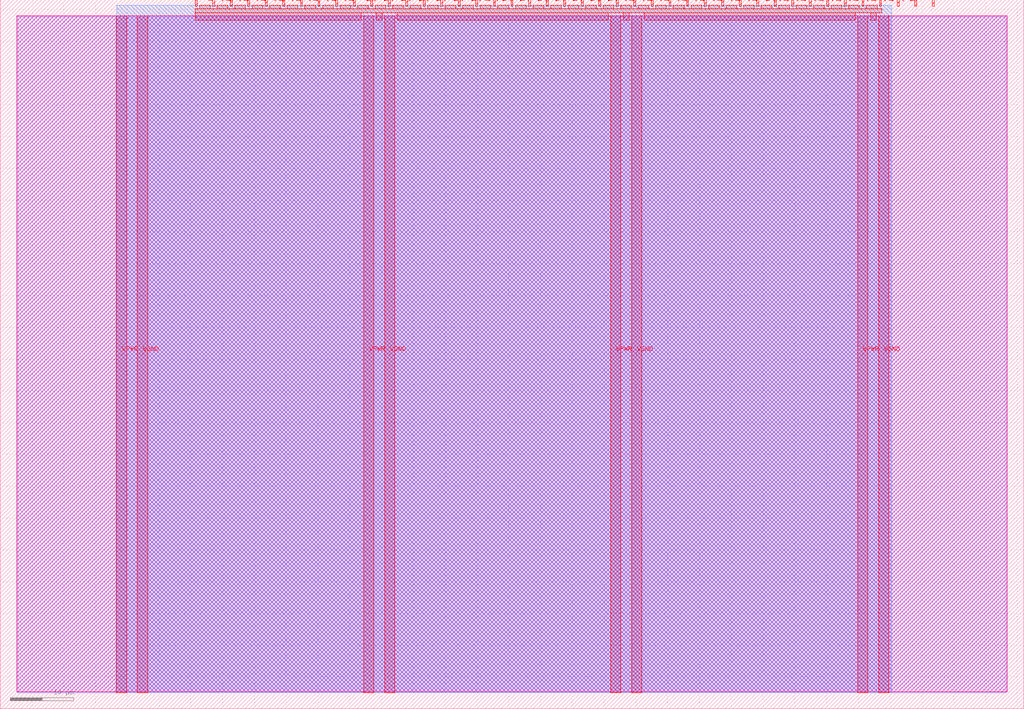
<source format=lef>
VERSION 5.7 ;
  NOWIREEXTENSIONATPIN ON ;
  DIVIDERCHAR "/" ;
  BUSBITCHARS "[]" ;
MACRO tt_um_wokwi_442977648674888705
  CLASS BLOCK ;
  FOREIGN tt_um_wokwi_442977648674888705 ;
  ORIGIN 0.000 0.000 ;
  SIZE 161.000 BY 111.520 ;
  PIN VGND
    DIRECTION INOUT ;
    USE GROUND ;
    PORT
      LAYER met4 ;
        RECT 21.580 2.480 23.180 109.040 ;
    END
    PORT
      LAYER met4 ;
        RECT 60.450 2.480 62.050 109.040 ;
    END
    PORT
      LAYER met4 ;
        RECT 99.320 2.480 100.920 109.040 ;
    END
    PORT
      LAYER met4 ;
        RECT 138.190 2.480 139.790 109.040 ;
    END
  END VGND
  PIN VPWR
    DIRECTION INOUT ;
    USE POWER ;
    PORT
      LAYER met4 ;
        RECT 18.280 2.480 19.880 109.040 ;
    END
    PORT
      LAYER met4 ;
        RECT 57.150 2.480 58.750 109.040 ;
    END
    PORT
      LAYER met4 ;
        RECT 96.020 2.480 97.620 109.040 ;
    END
    PORT
      LAYER met4 ;
        RECT 134.890 2.480 136.490 109.040 ;
    END
  END VPWR
  PIN clk
    DIRECTION INPUT ;
    USE SIGNAL ;
    PORT
      LAYER met4 ;
        RECT 143.830 110.520 144.130 111.520 ;
    END
  END clk
  PIN ena
    DIRECTION INPUT ;
    USE SIGNAL ;
    PORT
      LAYER met4 ;
        RECT 146.590 110.520 146.890 111.520 ;
    END
  END ena
  PIN rst_n
    DIRECTION INPUT ;
    USE SIGNAL ;
    PORT
      LAYER met4 ;
        RECT 141.070 110.520 141.370 111.520 ;
    END
  END rst_n
  PIN ui_in[0]
    DIRECTION INPUT ;
    USE SIGNAL ;
    ANTENNAGATEAREA 0.196500 ;
    PORT
      LAYER met4 ;
        RECT 138.310 110.520 138.610 111.520 ;
    END
  END ui_in[0]
  PIN ui_in[1]
    DIRECTION INPUT ;
    USE SIGNAL ;
    ANTENNAGATEAREA 0.196500 ;
    PORT
      LAYER met4 ;
        RECT 135.550 110.520 135.850 111.520 ;
    END
  END ui_in[1]
  PIN ui_in[2]
    DIRECTION INPUT ;
    USE SIGNAL ;
    ANTENNAGATEAREA 0.196500 ;
    PORT
      LAYER met4 ;
        RECT 132.790 110.520 133.090 111.520 ;
    END
  END ui_in[2]
  PIN ui_in[3]
    DIRECTION INPUT ;
    USE SIGNAL ;
    PORT
      LAYER met4 ;
        RECT 130.030 110.520 130.330 111.520 ;
    END
  END ui_in[3]
  PIN ui_in[4]
    DIRECTION INPUT ;
    USE SIGNAL ;
    ANTENNAGATEAREA 0.196500 ;
    PORT
      LAYER met4 ;
        RECT 127.270 110.520 127.570 111.520 ;
    END
  END ui_in[4]
  PIN ui_in[5]
    DIRECTION INPUT ;
    USE SIGNAL ;
    PORT
      LAYER met4 ;
        RECT 124.510 110.520 124.810 111.520 ;
    END
  END ui_in[5]
  PIN ui_in[6]
    DIRECTION INPUT ;
    USE SIGNAL ;
    ANTENNAGATEAREA 0.196500 ;
    PORT
      LAYER met4 ;
        RECT 121.750 110.520 122.050 111.520 ;
    END
  END ui_in[6]
  PIN ui_in[7]
    DIRECTION INPUT ;
    USE SIGNAL ;
    ANTENNAGATEAREA 0.196500 ;
    PORT
      LAYER met4 ;
        RECT 118.990 110.520 119.290 111.520 ;
    END
  END ui_in[7]
  PIN uio_in[0]
    DIRECTION INPUT ;
    USE SIGNAL ;
    PORT
      LAYER met4 ;
        RECT 116.230 110.520 116.530 111.520 ;
    END
  END uio_in[0]
  PIN uio_in[1]
    DIRECTION INPUT ;
    USE SIGNAL ;
    PORT
      LAYER met4 ;
        RECT 113.470 110.520 113.770 111.520 ;
    END
  END uio_in[1]
  PIN uio_in[2]
    DIRECTION INPUT ;
    USE SIGNAL ;
    PORT
      LAYER met4 ;
        RECT 110.710 110.520 111.010 111.520 ;
    END
  END uio_in[2]
  PIN uio_in[3]
    DIRECTION INPUT ;
    USE SIGNAL ;
    PORT
      LAYER met4 ;
        RECT 107.950 110.520 108.250 111.520 ;
    END
  END uio_in[3]
  PIN uio_in[4]
    DIRECTION INPUT ;
    USE SIGNAL ;
    PORT
      LAYER met4 ;
        RECT 105.190 110.520 105.490 111.520 ;
    END
  END uio_in[4]
  PIN uio_in[5]
    DIRECTION INPUT ;
    USE SIGNAL ;
    PORT
      LAYER met4 ;
        RECT 102.430 110.520 102.730 111.520 ;
    END
  END uio_in[5]
  PIN uio_in[6]
    DIRECTION INPUT ;
    USE SIGNAL ;
    PORT
      LAYER met4 ;
        RECT 99.670 110.520 99.970 111.520 ;
    END
  END uio_in[6]
  PIN uio_in[7]
    DIRECTION INPUT ;
    USE SIGNAL ;
    PORT
      LAYER met4 ;
        RECT 96.910 110.520 97.210 111.520 ;
    END
  END uio_in[7]
  PIN uio_oe[0]
    DIRECTION OUTPUT ;
    USE SIGNAL ;
    PORT
      LAYER met4 ;
        RECT 49.990 110.520 50.290 111.520 ;
    END
  END uio_oe[0]
  PIN uio_oe[1]
    DIRECTION OUTPUT ;
    USE SIGNAL ;
    PORT
      LAYER met4 ;
        RECT 47.230 110.520 47.530 111.520 ;
    END
  END uio_oe[1]
  PIN uio_oe[2]
    DIRECTION OUTPUT ;
    USE SIGNAL ;
    PORT
      LAYER met4 ;
        RECT 44.470 110.520 44.770 111.520 ;
    END
  END uio_oe[2]
  PIN uio_oe[3]
    DIRECTION OUTPUT ;
    USE SIGNAL ;
    PORT
      LAYER met4 ;
        RECT 41.710 110.520 42.010 111.520 ;
    END
  END uio_oe[3]
  PIN uio_oe[4]
    DIRECTION OUTPUT ;
    USE SIGNAL ;
    PORT
      LAYER met4 ;
        RECT 38.950 110.520 39.250 111.520 ;
    END
  END uio_oe[4]
  PIN uio_oe[5]
    DIRECTION OUTPUT ;
    USE SIGNAL ;
    PORT
      LAYER met4 ;
        RECT 36.190 110.520 36.490 111.520 ;
    END
  END uio_oe[5]
  PIN uio_oe[6]
    DIRECTION OUTPUT ;
    USE SIGNAL ;
    PORT
      LAYER met4 ;
        RECT 33.430 110.520 33.730 111.520 ;
    END
  END uio_oe[6]
  PIN uio_oe[7]
    DIRECTION OUTPUT ;
    USE SIGNAL ;
    PORT
      LAYER met4 ;
        RECT 30.670 110.520 30.970 111.520 ;
    END
  END uio_oe[7]
  PIN uio_out[0]
    DIRECTION OUTPUT ;
    USE SIGNAL ;
    PORT
      LAYER met4 ;
        RECT 72.070 110.520 72.370 111.520 ;
    END
  END uio_out[0]
  PIN uio_out[1]
    DIRECTION OUTPUT ;
    USE SIGNAL ;
    PORT
      LAYER met4 ;
        RECT 69.310 110.520 69.610 111.520 ;
    END
  END uio_out[1]
  PIN uio_out[2]
    DIRECTION OUTPUT ;
    USE SIGNAL ;
    PORT
      LAYER met4 ;
        RECT 66.550 110.520 66.850 111.520 ;
    END
  END uio_out[2]
  PIN uio_out[3]
    DIRECTION OUTPUT ;
    USE SIGNAL ;
    PORT
      LAYER met4 ;
        RECT 63.790 110.520 64.090 111.520 ;
    END
  END uio_out[3]
  PIN uio_out[4]
    DIRECTION OUTPUT ;
    USE SIGNAL ;
    PORT
      LAYER met4 ;
        RECT 61.030 110.520 61.330 111.520 ;
    END
  END uio_out[4]
  PIN uio_out[5]
    DIRECTION OUTPUT ;
    USE SIGNAL ;
    PORT
      LAYER met4 ;
        RECT 58.270 110.520 58.570 111.520 ;
    END
  END uio_out[5]
  PIN uio_out[6]
    DIRECTION OUTPUT ;
    USE SIGNAL ;
    PORT
      LAYER met4 ;
        RECT 55.510 110.520 55.810 111.520 ;
    END
  END uio_out[6]
  PIN uio_out[7]
    DIRECTION OUTPUT ;
    USE SIGNAL ;
    PORT
      LAYER met4 ;
        RECT 52.750 110.520 53.050 111.520 ;
    END
  END uio_out[7]
  PIN uo_out[0]
    DIRECTION OUTPUT ;
    USE SIGNAL ;
    PORT
      LAYER met4 ;
        RECT 94.150 110.520 94.450 111.520 ;
    END
  END uo_out[0]
  PIN uo_out[1]
    DIRECTION OUTPUT ;
    USE SIGNAL ;
    ANTENNADIFFAREA 0.445500 ;
    PORT
      LAYER met4 ;
        RECT 91.390 110.520 91.690 111.520 ;
    END
  END uo_out[1]
  PIN uo_out[2]
    DIRECTION OUTPUT ;
    USE SIGNAL ;
    ANTENNADIFFAREA 0.445500 ;
    PORT
      LAYER met4 ;
        RECT 88.630 110.520 88.930 111.520 ;
    END
  END uo_out[2]
  PIN uo_out[3]
    DIRECTION OUTPUT ;
    USE SIGNAL ;
    ANTENNADIFFAREA 0.445500 ;
    PORT
      LAYER met4 ;
        RECT 85.870 110.520 86.170 111.520 ;
    END
  END uo_out[3]
  PIN uo_out[4]
    DIRECTION OUTPUT ;
    USE SIGNAL ;
    ANTENNADIFFAREA 0.445500 ;
    PORT
      LAYER met4 ;
        RECT 83.110 110.520 83.410 111.520 ;
    END
  END uo_out[4]
  PIN uo_out[5]
    DIRECTION OUTPUT ;
    USE SIGNAL ;
    PORT
      LAYER met4 ;
        RECT 80.350 110.520 80.650 111.520 ;
    END
  END uo_out[5]
  PIN uo_out[6]
    DIRECTION OUTPUT ;
    USE SIGNAL ;
    PORT
      LAYER met4 ;
        RECT 77.590 110.520 77.890 111.520 ;
    END
  END uo_out[6]
  PIN uo_out[7]
    DIRECTION OUTPUT ;
    USE SIGNAL ;
    ANTENNADIFFAREA 0.795200 ;
    PORT
      LAYER met4 ;
        RECT 74.830 110.520 75.130 111.520 ;
    END
  END uo_out[7]
  OBS
      LAYER nwell ;
        RECT 2.570 2.635 158.430 108.990 ;
      LAYER li1 ;
        RECT 2.760 2.635 158.240 108.885 ;
      LAYER met1 ;
        RECT 2.760 2.480 158.240 109.040 ;
      LAYER met2 ;
        RECT 18.310 2.535 140.210 110.685 ;
      LAYER met3 ;
        RECT 18.290 2.555 140.235 110.665 ;
      LAYER met4 ;
        RECT 31.370 110.120 33.030 110.665 ;
        RECT 34.130 110.120 35.790 110.665 ;
        RECT 36.890 110.120 38.550 110.665 ;
        RECT 39.650 110.120 41.310 110.665 ;
        RECT 42.410 110.120 44.070 110.665 ;
        RECT 45.170 110.120 46.830 110.665 ;
        RECT 47.930 110.120 49.590 110.665 ;
        RECT 50.690 110.120 52.350 110.665 ;
        RECT 53.450 110.120 55.110 110.665 ;
        RECT 56.210 110.120 57.870 110.665 ;
        RECT 58.970 110.120 60.630 110.665 ;
        RECT 61.730 110.120 63.390 110.665 ;
        RECT 64.490 110.120 66.150 110.665 ;
        RECT 67.250 110.120 68.910 110.665 ;
        RECT 70.010 110.120 71.670 110.665 ;
        RECT 72.770 110.120 74.430 110.665 ;
        RECT 75.530 110.120 77.190 110.665 ;
        RECT 78.290 110.120 79.950 110.665 ;
        RECT 81.050 110.120 82.710 110.665 ;
        RECT 83.810 110.120 85.470 110.665 ;
        RECT 86.570 110.120 88.230 110.665 ;
        RECT 89.330 110.120 90.990 110.665 ;
        RECT 92.090 110.120 93.750 110.665 ;
        RECT 94.850 110.120 96.510 110.665 ;
        RECT 97.610 110.120 99.270 110.665 ;
        RECT 100.370 110.120 102.030 110.665 ;
        RECT 103.130 110.120 104.790 110.665 ;
        RECT 105.890 110.120 107.550 110.665 ;
        RECT 108.650 110.120 110.310 110.665 ;
        RECT 111.410 110.120 113.070 110.665 ;
        RECT 114.170 110.120 115.830 110.665 ;
        RECT 116.930 110.120 118.590 110.665 ;
        RECT 119.690 110.120 121.350 110.665 ;
        RECT 122.450 110.120 124.110 110.665 ;
        RECT 125.210 110.120 126.870 110.665 ;
        RECT 127.970 110.120 129.630 110.665 ;
        RECT 130.730 110.120 132.390 110.665 ;
        RECT 133.490 110.120 135.150 110.665 ;
        RECT 136.250 110.120 137.910 110.665 ;
        RECT 30.655 109.440 138.625 110.120 ;
        RECT 30.655 108.295 56.750 109.440 ;
        RECT 59.150 108.295 60.050 109.440 ;
        RECT 62.450 108.295 95.620 109.440 ;
        RECT 98.020 108.295 98.920 109.440 ;
        RECT 101.320 108.295 134.490 109.440 ;
        RECT 136.890 108.295 137.790 109.440 ;
  END
END tt_um_wokwi_442977648674888705
END LIBRARY


</source>
